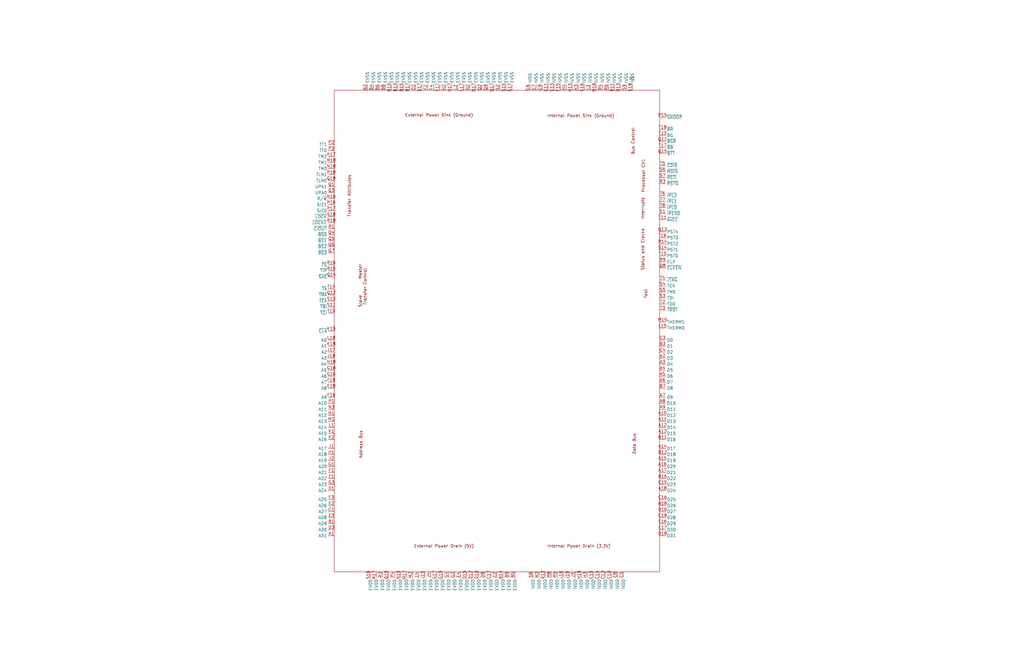
<source format=kicad_sch>
(kicad_sch
	(version 20231120)
	(generator "eeschema")
	(generator_version "8.0")
	(uuid "2cdc034f-ce3f-45e9-b081-bdd593582e0a")
	(paper "B")
	(lib_symbols
		(symbol "MC68060:MC68060RC50"
			(exclude_from_sim no)
			(in_bom yes)
			(on_board yes)
			(property "Reference" "U"
				(at 0 0 0)
				(effects
					(font
						(size 1.27 1.27)
					)
				)
			)
			(property "Value" ""
				(at -53.34 -13.97 0)
				(effects
					(font
						(size 1.27 1.27)
					)
				)
			)
			(property "Footprint" ""
				(at -53.34 -13.97 0)
				(effects
					(font
						(size 1.27 1.27)
					)
					(hide yes)
				)
			)
			(property "Datasheet" ""
				(at -53.34 -13.97 0)
				(effects
					(font
						(size 1.27 1.27)
					)
					(hide yes)
				)
			)
			(property "Description" ""
				(at -53.34 -13.97 0)
				(effects
					(font
						(size 1.27 1.27)
					)
					(hide yes)
				)
			)
			(symbol "MC68060RC50_0_1"
				(rectangle
					(start -68.58 101.6)
					(end 68.58 -101.6)
					(stroke
						(width 0)
						(type default)
					)
					(fill
						(type none)
					)
				)
			)
			(symbol "MC68060RC50_1_0"
				(pin power_in line
					(at 2.54 -101.6 270)
					(length 2.54)
					(name "EVDD"
						(effects
							(font
								(size 1.27 1.27)
							)
						)
					)
					(number "B14"
						(effects
							(font
								(size 1.27 1.27)
							)
						)
					)
				)
				(pin bidirectional line
					(at 68.58 -62.23 0)
					(length 2.54)
					(name "D22"
						(effects
							(font
								(size 1.27 1.27)
							)
						)
					)
					(number "B16"
						(effects
							(font
								(size 1.27 1.27)
							)
						)
					)
				)
				(pin bidirectional line
					(at 68.58 -73.66 0)
					(length 2.54)
					(name "D26"
						(effects
							(font
								(size 1.27 1.27)
							)
						)
					)
					(number "B18"
						(effects
							(font
								(size 1.27 1.27)
							)
						)
					)
				)
				(pin bidirectional line
					(at -68.58 -76.2 180)
					(length 2.54)
					(name "A27"
						(effects
							(font
								(size 1.27 1.27)
							)
						)
					)
					(number "C1"
						(effects
							(font
								(size 1.27 1.27)
							)
						)
					)
				)
				(pin bidirectional line
					(at 68.58 -64.77 0)
					(length 2.54)
					(name "D23"
						(effects
							(font
								(size 1.27 1.27)
							)
						)
					)
					(number "C15"
						(effects
							(font
								(size 1.27 1.27)
							)
						)
					)
				)
				(pin bidirectional line
					(at 68.58 -71.12 0)
					(length 2.54)
					(name "D25"
						(effects
							(font
								(size 1.27 1.27)
							)
						)
					)
					(number "C16"
						(effects
							(font
								(size 1.27 1.27)
							)
						)
					)
				)
				(pin power_in line
					(at -2.54 -101.6 270)
					(length 2.54)
					(name "EVDD"
						(effects
							(font
								(size 1.27 1.27)
							)
						)
					)
					(number "C17"
						(effects
							(font
								(size 1.27 1.27)
							)
						)
					)
				)
				(pin bidirectional line
					(at 68.58 -78.74 0)
					(length 2.54)
					(name "D28"
						(effects
							(font
								(size 1.27 1.27)
							)
						)
					)
					(number "C18"
						(effects
							(font
								(size 1.27 1.27)
							)
						)
					)
				)
				(pin power_in line
					(at 0 -101.6 270)
					(length 2.54)
					(name "EVDD"
						(effects
							(font
								(size 1.27 1.27)
							)
						)
					)
					(number "C2"
						(effects
							(font
								(size 1.27 1.27)
							)
						)
					)
				)
				(pin power_in line
					(at 53.34 -101.6 270)
					(length 2.54)
					(name "IVDD"
						(effects
							(font
								(size 1.27 1.27)
							)
						)
					)
					(number "C5"
						(effects
							(font
								(size 1.27 1.27)
							)
						)
					)
				)
				(pin power_in line
					(at 13.97 101.6 90)
					(length 2.54)
					(name "IVSS"
						(effects
							(font
								(size 1.27 1.27)
							)
						)
					)
					(number "C6"
						(effects
							(font
								(size 1.27 1.27)
							)
						)
					)
				)
				(pin bidirectional line
					(at -68.58 -67.31 180)
					(length 2.54)
					(name "A24"
						(effects
							(font
								(size 1.27 1.27)
							)
						)
					)
					(number "D1"
						(effects
							(font
								(size 1.27 1.27)
							)
						)
					)
				)
				(pin power_in line
					(at -7.62 -101.6 270)
					(length 2.54)
					(name "EVDD"
						(effects
							(font
								(size 1.27 1.27)
							)
						)
					)
					(number "D10"
						(effects
							(font
								(size 1.27 1.27)
							)
						)
					)
				)
				(pin power_in line
					(at -10.16 -101.6 270)
					(length 2.54)
					(name "EVDD"
						(effects
							(font
								(size 1.27 1.27)
							)
						)
					)
					(number "D12"
						(effects
							(font
								(size 1.27 1.27)
							)
						)
					)
				)
				(pin power_in line
					(at -12.7 -101.6 270)
					(length 2.54)
					(name "EVDD"
						(effects
							(font
								(size 1.27 1.27)
							)
						)
					)
					(number "D15"
						(effects
							(font
								(size 1.27 1.27)
							)
						)
					)
				)
				(pin bidirectional line
					(at 68.58 -76.2 0)
					(length 2.54)
					(name "D27"
						(effects
							(font
								(size 1.27 1.27)
							)
						)
					)
					(number "D16"
						(effects
							(font
								(size 1.27 1.27)
							)
						)
					)
				)
				(pin bidirectional line
					(at 68.58 -86.36 0)
					(length 2.54)
					(name "D31"
						(effects
							(font
								(size 1.27 1.27)
							)
						)
					)
					(number "D18"
						(effects
							(font
								(size 1.27 1.27)
							)
						)
					)
				)
				(pin bidirectional line
					(at -68.58 -83.82 180)
					(length 2.54)
					(name "A30"
						(effects
							(font
								(size 1.27 1.27)
							)
						)
					)
					(number "D3"
						(effects
							(font
								(size 1.27 1.27)
							)
						)
					)
				)
				(pin power_in line
					(at -5.08 -101.6 270)
					(length 2.54)
					(name "EVDD"
						(effects
							(font
								(size 1.27 1.27)
							)
						)
					)
					(number "D8"
						(effects
							(font
								(size 1.27 1.27)
							)
						)
					)
				)
				(pin bidirectional line
					(at -68.58 -62.23 180)
					(length 2.54)
					(name "A22"
						(effects
							(font
								(size 1.27 1.27)
							)
						)
					)
					(number "E1"
						(effects
							(font
								(size 1.27 1.27)
							)
						)
					)
				)
				(pin bidirectional line
					(at 68.58 -81.28 0)
					(length 2.54)
					(name "D29"
						(effects
							(font
								(size 1.27 1.27)
							)
						)
					)
					(number "E16"
						(effects
							(font
								(size 1.27 1.27)
							)
						)
					)
				)
				(pin bidirectional line
					(at 68.58 -83.82 0)
					(length 2.54)
					(name "D30"
						(effects
							(font
								(size 1.27 1.27)
							)
						)
					)
					(number "E17"
						(effects
							(font
								(size 1.27 1.27)
							)
						)
					)
				)
				(pin bidirectional line
					(at -68.58 -24.13 180)
					(length 2.54)
					(name "A8"
						(effects
							(font
								(size 1.27 1.27)
							)
						)
					)
					(number "E18"
						(effects
							(font
								(size 1.27 1.27)
							)
						)
					)
				)
				(pin bidirectional line
					(at -68.58 -73.66 180)
					(length 2.54)
					(name "A26"
						(effects
							(font
								(size 1.27 1.27)
							)
						)
					)
					(number "E2"
						(effects
							(font
								(size 1.27 1.27)
							)
						)
					)
				)
				(pin bidirectional line
					(at -68.58 -78.74 180)
					(length 2.54)
					(name "A28"
						(effects
							(font
								(size 1.27 1.27)
							)
						)
					)
					(number "E3"
						(effects
							(font
								(size 1.27 1.27)
							)
						)
					)
				)
				(pin power_in line
					(at -15.24 -101.6 270)
					(length 2.54)
					(name "EVDD"
						(effects
							(font
								(size 1.27 1.27)
							)
						)
					)
					(number "E4"
						(effects
							(font
								(size 1.27 1.27)
							)
						)
					)
				)
				(pin bidirectional line
					(at -68.58 -59.69 180)
					(length 2.54)
					(name "A21"
						(effects
							(font
								(size 1.27 1.27)
							)
						)
					)
					(number "F1"
						(effects
							(font
								(size 1.27 1.27)
							)
						)
					)
				)
				(pin bidirectional line
					(at -68.58 -27.94 180)
					(length 2.54)
					(name "A9"
						(effects
							(font
								(size 1.27 1.27)
							)
						)
					)
					(number "F16"
						(effects
							(font
								(size 1.27 1.27)
							)
						)
					)
				)
				(pin bidirectional line
					(at -68.58 -21.59 180)
					(length 2.54)
					(name "A7"
						(effects
							(font
								(size 1.27 1.27)
							)
						)
					)
					(number "F18"
						(effects
							(font
								(size 1.27 1.27)
							)
						)
					)
				)
				(pin bidirectional line
					(at -68.58 -71.12 180)
					(length 2.54)
					(name "A25"
						(effects
							(font
								(size 1.27 1.27)
							)
						)
					)
					(number "F3"
						(effects
							(font
								(size 1.27 1.27)
							)
						)
					)
				)
				(pin bidirectional line
					(at -68.58 -57.15 180)
					(length 2.54)
					(name "A20"
						(effects
							(font
								(size 1.27 1.27)
							)
						)
					)
					(number "G1"
						(effects
							(font
								(size 1.27 1.27)
							)
						)
					)
				)
				(pin bidirectional line
					(at -68.58 -19.05 180)
					(length 2.54)
					(name "A6"
						(effects
							(font
								(size 1.27 1.27)
							)
						)
					)
					(number "G16"
						(effects
							(font
								(size 1.27 1.27)
							)
						)
					)
				)
				(pin bidirectional line
					(at -68.58 -16.51 180)
					(length 2.54)
					(name "A5"
						(effects
							(font
								(size 1.27 1.27)
							)
						)
					)
					(number "G18"
						(effects
							(font
								(size 1.27 1.27)
							)
						)
					)
				)
				(pin bidirectional line
					(at -68.58 -64.77 180)
					(length 2.54)
					(name "A23"
						(effects
							(font
								(size 1.27 1.27)
							)
						)
					)
					(number "G3"
						(effects
							(font
								(size 1.27 1.27)
							)
						)
					)
				)
				(pin bidirectional line
					(at -68.58 -52.07 180)
					(length 2.54)
					(name "A18"
						(effects
							(font
								(size 1.27 1.27)
							)
						)
					)
					(number "H1"
						(effects
							(font
								(size 1.27 1.27)
							)
						)
					)
				)
				(pin bidirectional line
					(at -68.58 -13.97 180)
					(length 2.54)
					(name "A4"
						(effects
							(font
								(size 1.27 1.27)
							)
						)
					)
					(number "H18"
						(effects
							(font
								(size 1.27 1.27)
							)
						)
					)
				)
				(pin bidirectional line
					(at -68.58 -49.53 180)
					(length 2.54)
					(name "A17"
						(effects
							(font
								(size 1.27 1.27)
							)
						)
					)
					(number "J1"
						(effects
							(font
								(size 1.27 1.27)
							)
						)
					)
				)
				(pin bidirectional line
					(at -68.58 -8.89 180)
					(length 2.54)
					(name "A2"
						(effects
							(font
								(size 1.27 1.27)
							)
						)
					)
					(number "J17"
						(effects
							(font
								(size 1.27 1.27)
							)
						)
					)
				)
				(pin bidirectional line
					(at -68.58 -11.43 180)
					(length 2.54)
					(name "A3"
						(effects
							(font
								(size 1.27 1.27)
							)
						)
					)
					(number "J18"
						(effects
							(font
								(size 1.27 1.27)
							)
						)
					)
				)
				(pin bidirectional line
					(at -68.58 -54.61 180)
					(length 2.54)
					(name "A19"
						(effects
							(font
								(size 1.27 1.27)
							)
						)
					)
					(number "J2"
						(effects
							(font
								(size 1.27 1.27)
							)
						)
					)
				)
				(pin bidirectional line
					(at -68.58 -43.18 180)
					(length 2.54)
					(name "A15"
						(effects
							(font
								(size 1.27 1.27)
							)
						)
					)
					(number "K1"
						(effects
							(font
								(size 1.27 1.27)
							)
						)
					)
				)
				(pin bidirectional line
					(at -68.58 -45.72 180)
					(length 2.54)
					(name "A16"
						(effects
							(font
								(size 1.27 1.27)
							)
						)
					)
					(number "K2"
						(effects
							(font
								(size 1.27 1.27)
							)
						)
					)
				)
				(pin bidirectional line
					(at -68.58 -40.64 180)
					(length 2.54)
					(name "A14"
						(effects
							(font
								(size 1.27 1.27)
							)
						)
					)
					(number "L1"
						(effects
							(font
								(size 1.27 1.27)
							)
						)
					)
				)
				(pin bidirectional line
					(at -68.58 -38.1 180)
					(length 2.54)
					(name "A13"
						(effects
							(font
								(size 1.27 1.27)
							)
						)
					)
					(number "M1"
						(effects
							(font
								(size 1.27 1.27)
							)
						)
					)
				)
				(pin bidirectional line
					(at -68.58 -35.56 180)
					(length 2.54)
					(name "A12"
						(effects
							(font
								(size 1.27 1.27)
							)
						)
					)
					(number "N1"
						(effects
							(font
								(size 1.27 1.27)
							)
						)
					)
				)
				(pin input line
					(at -68.58 55.88 180)
					(length 2.54)
					(name "R/~{W}"
						(effects
							(font
								(size 1.27 1.27)
							)
						)
					)
					(number "N16"
						(effects
							(font
								(size 1.27 1.27)
							)
						)
					)
				)
				(pin bidirectional line
					(at -68.58 -33.02 180)
					(length 2.54)
					(name "A11"
						(effects
							(font
								(size 1.27 1.27)
							)
						)
					)
					(number "N3"
						(effects
							(font
								(size 1.27 1.27)
							)
						)
					)
				)
				(pin bidirectional line
					(at -68.58 -30.48 180)
					(length 2.54)
					(name "A10"
						(effects
							(font
								(size 1.27 1.27)
							)
						)
					)
					(number "P1"
						(effects
							(font
								(size 1.27 1.27)
							)
						)
					)
				)
				(pin input line
					(at 68.58 90.17 0)
					(length 2.54)
					(name "~{SNOOP}"
						(effects
							(font
								(size 1.27 1.27)
							)
						)
					)
					(number "P15"
						(effects
							(font
								(size 1.27 1.27)
							)
						)
					)
				)
				(pin input line
					(at -68.58 53.34 180)
					(length 2.54)
					(name "SIZ1"
						(effects
							(font
								(size 1.27 1.27)
							)
						)
					)
					(number "P16"
						(effects
							(font
								(size 1.27 1.27)
							)
						)
					)
				)
				(pin input line
					(at -68.58 50.8 180)
					(length 2.54)
					(name "SIZ0"
						(effects
							(font
								(size 1.27 1.27)
							)
						)
					)
					(number "P17"
						(effects
							(font
								(size 1.27 1.27)
							)
						)
					)
				)
				(pin power_in line
					(at 6.35 101.6 90)
					(length 2.54)
					(name "EVSS"
						(effects
							(font
								(size 1.27 1.27)
							)
						)
					)
					(number "S17"
						(effects
							(font
								(size 1.27 1.27)
							)
						)
					)
				)
				(pin power_in line
					(at 1.27 101.6 90)
					(length 2.54)
					(name "EVSS"
						(effects
							(font
								(size 1.27 1.27)
							)
						)
					)
					(number "S2"
						(effects
							(font
								(size 1.27 1.27)
							)
						)
					)
				)
				(pin input line
					(at 68.58 13.97 0)
					(length 2.54)
					(name "TDI"
						(effects
							(font
								(size 1.27 1.27)
							)
						)
					)
					(number "S3"
						(effects
							(font
								(size 1.27 1.27)
							)
						)
					)
				)
				(pin input line
					(at 68.58 19.05 0)
					(length 2.54)
					(name "TCK"
						(effects
							(font
								(size 1.27 1.27)
							)
						)
					)
					(number "S4"
						(effects
							(font
								(size 1.27 1.27)
							)
						)
					)
				)
				(pin input line
					(at 68.58 16.51 0)
					(length 2.54)
					(name "TMS"
						(effects
							(font
								(size 1.27 1.27)
							)
						)
					)
					(number "S5"
						(effects
							(font
								(size 1.27 1.27)
							)
						)
					)
				)
				(pin input line
					(at 68.58 67.31 0)
					(length 2.54)
					(name "~{MDIS}"
						(effects
							(font
								(size 1.27 1.27)
							)
						)
					)
					(number "S6"
						(effects
							(font
								(size 1.27 1.27)
							)
						)
					)
				)
				(pin input line
					(at 68.58 64.77 0)
					(length 2.54)
					(name "~{RSTI}"
						(effects
							(font
								(size 1.27 1.27)
							)
						)
					)
					(number "S7"
						(effects
							(font
								(size 1.27 1.27)
							)
						)
					)
				)
				(pin output line
					(at 68.58 85.09 0)
					(length 2.54)
					(name "~{BR}"
						(effects
							(font
								(size 1.27 1.27)
							)
						)
					)
					(number "T18"
						(effects
							(font
								(size 1.27 1.27)
							)
						)
					)
				)
				(pin output line
					(at 68.58 11.43 0)
					(length 2.54)
					(name "TDO"
						(effects
							(font
								(size 1.27 1.27)
							)
						)
					)
					(number "T2"
						(effects
							(font
								(size 1.27 1.27)
							)
						)
					)
				)
				(pin input line
					(at 68.58 8.89 0)
					(length 2.54)
					(name "~{TRST}"
						(effects
							(font
								(size 1.27 1.27)
							)
						)
					)
					(number "T3"
						(effects
							(font
								(size 1.27 1.27)
							)
						)
					)
				)
				(pin input line
					(at 68.58 21.59 0)
					(length 2.54)
					(name "~{JTAG}"
						(effects
							(font
								(size 1.27 1.27)
							)
						)
					)
					(number "T4"
						(effects
							(font
								(size 1.27 1.27)
							)
						)
					)
				)
				(pin input line
					(at 68.58 69.85 0)
					(length 2.54)
					(name "~{CDIS}"
						(effects
							(font
								(size 1.27 1.27)
							)
						)
					)
					(number "T5"
						(effects
							(font
								(size 1.27 1.27)
							)
						)
					)
				)
				(pin input line
					(at 68.58 57.15 0)
					(length 2.54)
					(name "~{IPL2}"
						(effects
							(font
								(size 1.27 1.27)
							)
						)
					)
					(number "T6"
						(effects
							(font
								(size 1.27 1.27)
							)
						)
					)
				)
				(pin input line
					(at 68.58 54.61 0)
					(length 2.54)
					(name "~{IPL1}"
						(effects
							(font
								(size 1.27 1.27)
							)
						)
					)
					(number "T7"
						(effects
							(font
								(size 1.27 1.27)
							)
						)
					)
				)
				(pin input line
					(at 68.58 52.07 0)
					(length 2.54)
					(name "~{IPL0}"
						(effects
							(font
								(size 1.27 1.27)
							)
						)
					)
					(number "T8"
						(effects
							(font
								(size 1.27 1.27)
							)
						)
					)
				)
			)
			(symbol "MC68060RC50_1_1"
				(text "Address Bus"
					(at -57.404 -47.752 900)
					(effects
						(font
							(size 1.27 1.27)
						)
					)
				)
				(text "Bus Control\n"
					(at 57.404 80.264 900)
					(effects
						(font
							(size 1.27 1.27)
						)
					)
				)
				(text "Data Bus"
					(at 57.912 -47.498 900)
					(effects
						(font
							(size 1.27 1.27)
						)
					)
				)
				(text "External Power Drain (5V)\n"
					(at -22.352 -90.678 0)
					(effects
						(font
							(size 1.27 1.27)
						)
					)
				)
				(text "External Power Sink (Ground)\n"
					(at -24.384 91.186 0)
					(effects
						(font
							(size 1.27 1.27)
						)
					)
				)
				(text "Internal Power Drain (3.3V)"
					(at 34.544 -90.678 0)
					(effects
						(font
							(size 1.27 1.27)
						)
					)
				)
				(text "Internal Power Sink (Ground)\n"
					(at 35.306 90.932 0)
					(effects
						(font
							(size 1.27 1.27)
						)
					)
				)
				(text "Interrupts\n"
					(at 61.468 51.816 900)
					(effects
						(font
							(size 1.27 1.27)
						)
					)
				)
				(text "Master\n"
					(at -57.658 25.146 900)
					(effects
						(font
							(size 1.27 1.27)
						)
					)
				)
				(text "Processor Ctrl\n"
					(at 61.722 65.532 900)
					(effects
						(font
							(size 1.27 1.27)
						)
					)
				)
				(text "Slave"
					(at -57.658 12.7 900)
					(effects
						(font
							(size 1.27 1.27)
						)
					)
				)
				(text "Status and Clocks"
					(at 61.468 34.544 900)
					(effects
						(font
							(size 1.27 1.27)
						)
					)
				)
				(text "Test"
					(at 62.738 15.748 900)
					(effects
						(font
							(size 1.27 1.27)
						)
					)
				)
				(text "Transfer Attributes"
					(at -62.23 57.15 900)
					(effects
						(font
							(size 1.27 1.27)
						)
					)
				)
				(text "Transfer Control"
					(at -55.626 18.796 900)
					(effects
						(font
							(size 1.27 1.27)
						)
					)
				)
				(pin bidirectional line
					(at -68.58 -86.36 180)
					(length 2.54)
					(name "A31"
						(effects
							(font
								(size 1.27 1.27)
							)
						)
					)
					(number "A1"
						(effects
							(font
								(size 1.27 1.27)
							)
						)
					)
				)
				(pin bidirectional line
					(at 68.58 -35.56 0)
					(length 2.54)
					(name "D12"
						(effects
							(font
								(size 1.27 1.27)
							)
						)
					)
					(number "A10"
						(effects
							(font
								(size 1.27 1.27)
							)
						)
					)
				)
				(pin bidirectional line
					(at 68.58 -38.1 0)
					(length 2.54)
					(name "D13"
						(effects
							(font
								(size 1.27 1.27)
							)
						)
					)
					(number "A11"
						(effects
							(font
								(size 1.27 1.27)
							)
						)
					)
				)
				(pin bidirectional line
					(at 68.58 -40.64 0)
					(length 2.54)
					(name "D14"
						(effects
							(font
								(size 1.27 1.27)
							)
						)
					)
					(number "A12"
						(effects
							(font
								(size 1.27 1.27)
							)
						)
					)
				)
				(pin bidirectional line
					(at 68.58 -43.18 0)
					(length 2.54)
					(name "D15"
						(effects
							(font
								(size 1.27 1.27)
							)
						)
					)
					(number "A13"
						(effects
							(font
								(size 1.27 1.27)
							)
						)
					)
				)
				(pin bidirectional line
					(at 68.58 -49.53 0)
					(length 2.54)
					(name "D17"
						(effects
							(font
								(size 1.27 1.27)
							)
						)
					)
					(number "A14"
						(effects
							(font
								(size 1.27 1.27)
							)
						)
					)
				)
				(pin bidirectional line
					(at 68.58 -54.61 0)
					(length 2.54)
					(name "D19"
						(effects
							(font
								(size 1.27 1.27)
							)
						)
					)
					(number "A15"
						(effects
							(font
								(size 1.27 1.27)
							)
						)
					)
				)
				(pin bidirectional line
					(at 68.58 -57.15 0)
					(length 2.54)
					(name "D20"
						(effects
							(font
								(size 1.27 1.27)
							)
						)
					)
					(number "A16"
						(effects
							(font
								(size 1.27 1.27)
							)
						)
					)
				)
				(pin bidirectional line
					(at 68.58 -59.69 0)
					(length 2.54)
					(name "D21"
						(effects
							(font
								(size 1.27 1.27)
							)
						)
					)
					(number "A17"
						(effects
							(font
								(size 1.27 1.27)
							)
						)
					)
				)
				(pin bidirectional line
					(at 68.58 -67.31 0)
					(length 2.54)
					(name "D24"
						(effects
							(font
								(size 1.27 1.27)
							)
						)
					)
					(number "A18"
						(effects
							(font
								(size 1.27 1.27)
							)
						)
					)
				)
				(pin bidirectional line
					(at 68.58 -11.43 0)
					(length 2.54)
					(name "D3"
						(effects
							(font
								(size 1.27 1.27)
							)
						)
					)
					(number "A2"
						(effects
							(font
								(size 1.27 1.27)
							)
						)
					)
				)
				(pin bidirectional line
					(at 68.58 -13.97 0)
					(length 2.54)
					(name "D4"
						(effects
							(font
								(size 1.27 1.27)
							)
						)
					)
					(number "A3"
						(effects
							(font
								(size 1.27 1.27)
							)
						)
					)
				)
				(pin bidirectional line
					(at 68.58 -16.51 0)
					(length 2.54)
					(name "D5"
						(effects
							(font
								(size 1.27 1.27)
							)
						)
					)
					(number "A4"
						(effects
							(font
								(size 1.27 1.27)
							)
						)
					)
				)
				(pin bidirectional line
					(at 68.58 -19.05 0)
					(length 2.54)
					(name "D6"
						(effects
							(font
								(size 1.27 1.27)
							)
						)
					)
					(number "A5"
						(effects
							(font
								(size 1.27 1.27)
							)
						)
					)
				)
				(pin bidirectional line
					(at 68.58 -21.59 0)
					(length 2.54)
					(name "D7"
						(effects
							(font
								(size 1.27 1.27)
							)
						)
					)
					(number "A6"
						(effects
							(font
								(size 1.27 1.27)
							)
						)
					)
				)
				(pin bidirectional line
					(at 68.58 -27.94 0)
					(length 2.54)
					(name "D9"
						(effects
							(font
								(size 1.27 1.27)
							)
						)
					)
					(number "A7"
						(effects
							(font
								(size 1.27 1.27)
							)
						)
					)
				)
				(pin bidirectional line
					(at 68.58 -30.48 0)
					(length 2.54)
					(name "D10"
						(effects
							(font
								(size 1.27 1.27)
							)
						)
					)
					(number "A8"
						(effects
							(font
								(size 1.27 1.27)
							)
						)
					)
				)
				(pin bidirectional line
					(at 68.58 -33.02 0)
					(length 2.54)
					(name "D11"
						(effects
							(font
								(size 1.27 1.27)
							)
						)
					)
					(number "A9"
						(effects
							(font
								(size 1.27 1.27)
							)
						)
					)
				)
				(pin bidirectional line
					(at -68.58 -81.28 180)
					(length 2.54)
					(name "A29"
						(effects
							(font
								(size 1.27 1.27)
							)
						)
					)
					(number "B1"
						(effects
							(font
								(size 1.27 1.27)
							)
						)
					)
				)
				(pin power_in line
					(at -44.45 101.6 90)
					(length 2.54)
					(name "EVSS"
						(effects
							(font
								(size 1.27 1.27)
							)
						)
					)
					(number "B10"
						(effects
							(font
								(size 1.27 1.27)
							)
						)
					)
				)
				(pin bidirectional line
					(at 68.58 -45.72 0)
					(length 2.54)
					(name "D16"
						(effects
							(font
								(size 1.27 1.27)
							)
						)
					)
					(number "B11"
						(effects
							(font
								(size 1.27 1.27)
							)
						)
					)
				)
				(pin bidirectional line
					(at 68.58 -52.07 0)
					(length 2.54)
					(name "D18"
						(effects
							(font
								(size 1.27 1.27)
							)
						)
					)
					(number "B12"
						(effects
							(font
								(size 1.27 1.27)
							)
						)
					)
				)
				(pin power_in line
					(at -41.91 101.6 90)
					(length 2.54)
					(name "EVSS"
						(effects
							(font
								(size 1.27 1.27)
							)
						)
					)
					(number "B13"
						(effects
							(font
								(size 1.27 1.27)
							)
						)
					)
				)
				(pin power_in line
					(at -39.37 101.6 90)
					(length 2.54)
					(name "EVSS"
						(effects
							(font
								(size 1.27 1.27)
							)
						)
					)
					(number "B15"
						(effects
							(font
								(size 1.27 1.27)
							)
						)
					)
				)
				(pin power_in line
					(at -36.83 101.6 90)
					(length 2.54)
					(name "EVSS"
						(effects
							(font
								(size 1.27 1.27)
							)
						)
					)
					(number "B17"
						(effects
							(font
								(size 1.27 1.27)
							)
						)
					)
				)
				(pin power_in line
					(at -54.61 101.6 90)
					(length 2.54)
					(name "EVSS"
						(effects
							(font
								(size 1.27 1.27)
							)
						)
					)
					(number "B2"
						(effects
							(font
								(size 1.27 1.27)
							)
						)
					)
				)
				(pin bidirectional line
					(at 68.58 -6.35 0)
					(length 2.54)
					(name "D1"
						(effects
							(font
								(size 1.27 1.27)
							)
						)
					)
					(number "B3"
						(effects
							(font
								(size 1.27 1.27)
							)
						)
					)
				)
				(pin power_in line
					(at -52.07 101.6 90)
					(length 2.54)
					(name "EVSS"
						(effects
							(font
								(size 1.27 1.27)
							)
						)
					)
					(number "B4"
						(effects
							(font
								(size 1.27 1.27)
							)
						)
					)
				)
				(pin power_in line
					(at 7.62 -101.6 270)
					(length 2.54)
					(name "EVDD"
						(effects
							(font
								(size 1.27 1.27)
							)
						)
					)
					(number "B5"
						(effects
							(font
								(size 1.27 1.27)
							)
						)
					)
				)
				(pin power_in line
					(at -49.53 101.6 90)
					(length 2.54)
					(name "EVSS"
						(effects
							(font
								(size 1.27 1.27)
							)
						)
					)
					(number "B6"
						(effects
							(font
								(size 1.27 1.27)
							)
						)
					)
				)
				(pin bidirectional line
					(at 68.58 -24.13 0)
					(length 2.54)
					(name "D8"
						(effects
							(font
								(size 1.27 1.27)
							)
						)
					)
					(number "B7"
						(effects
							(font
								(size 1.27 1.27)
							)
						)
					)
				)
				(pin power_in line
					(at -46.99 101.6 90)
					(length 2.54)
					(name "EVSS"
						(effects
							(font
								(size 1.27 1.27)
							)
						)
					)
					(number "B8"
						(effects
							(font
								(size 1.27 1.27)
							)
						)
					)
				)
				(pin power_in line
					(at 5.08 -101.6 270)
					(length 2.54)
					(name "EVDD"
						(effects
							(font
								(size 1.27 1.27)
							)
						)
					)
					(number "B9"
						(effects
							(font
								(size 1.27 1.27)
							)
						)
					)
				)
				(pin power_in line
					(at 48.26 -101.6 270)
					(length 2.54)
					(name "IVDD"
						(effects
							(font
								(size 1.27 1.27)
							)
						)
					)
					(number "C10"
						(effects
							(font
								(size 1.27 1.27)
							)
						)
					)
				)
				(pin power_in line
					(at 21.59 101.6 90)
					(length 2.54)
					(name "IVSS"
						(effects
							(font
								(size 1.27 1.27)
							)
						)
					)
					(number "C11"
						(effects
							(font
								(size 1.27 1.27)
							)
						)
					)
				)
				(pin power_in line
					(at 45.72 -101.6 270)
					(length 2.54)
					(name "IVDD"
						(effects
							(font
								(size 1.27 1.27)
							)
						)
					)
					(number "C12"
						(effects
							(font
								(size 1.27 1.27)
							)
						)
					)
				)
				(pin power_in line
					(at 24.13 101.6 90)
					(length 2.54)
					(name "IVSS"
						(effects
							(font
								(size 1.27 1.27)
							)
						)
					)
					(number "C13"
						(effects
							(font
								(size 1.27 1.27)
							)
						)
					)
				)
				(pin power_in line
					(at 43.18 -101.6 270)
					(length 2.54)
					(name "IVDD"
						(effects
							(font
								(size 1.27 1.27)
							)
						)
					)
					(number "C14"
						(effects
							(font
								(size 1.27 1.27)
							)
						)
					)
				)
				(pin bidirectional line
					(at 68.58 -3.81 0)
					(length 2.54)
					(name "D0"
						(effects
							(font
								(size 1.27 1.27)
							)
						)
					)
					(number "C3"
						(effects
							(font
								(size 1.27 1.27)
							)
						)
					)
				)
				(pin bidirectional line
					(at 68.58 -8.89 0)
					(length 2.54)
					(name "D2"
						(effects
							(font
								(size 1.27 1.27)
							)
						)
					)
					(number "C4"
						(effects
							(font
								(size 1.27 1.27)
							)
						)
					)
				)
				(pin power_in line
					(at 16.51 101.6 90)
					(length 2.54)
					(name "IVSS"
						(effects
							(font
								(size 1.27 1.27)
							)
						)
					)
					(number "C7"
						(effects
							(font
								(size 1.27 1.27)
							)
						)
					)
				)
				(pin power_in line
					(at 50.8 -101.6 270)
					(length 2.54)
					(name "IVDD"
						(effects
							(font
								(size 1.27 1.27)
							)
						)
					)
					(number "C8"
						(effects
							(font
								(size 1.27 1.27)
							)
						)
					)
				)
				(pin power_in line
					(at 19.05 101.6 90)
					(length 2.54)
					(name "IVSS"
						(effects
							(font
								(size 1.27 1.27)
							)
						)
					)
					(number "C9"
						(effects
							(font
								(size 1.27 1.27)
							)
						)
					)
				)
				(pin power_in line
					(at -31.75 101.6 90)
					(length 2.54)
					(name "EVSS"
						(effects
							(font
								(size 1.27 1.27)
							)
						)
					)
					(number "D17"
						(effects
							(font
								(size 1.27 1.27)
							)
						)
					)
				)
				(pin power_in line
					(at -34.29 101.6 90)
					(length 2.54)
					(name "EVSS"
						(effects
							(font
								(size 1.27 1.27)
							)
						)
					)
					(number "D2"
						(effects
							(font
								(size 1.27 1.27)
							)
						)
					)
				)
				(pin power_in line
					(at 40.64 -101.6 270)
					(length 2.54)
					(name "IVDD"
						(effects
							(font
								(size 1.27 1.27)
							)
						)
					)
					(number "E15"
						(effects
							(font
								(size 1.27 1.27)
							)
						)
					)
				)
				(pin power_in line
					(at 26.67 101.6 90)
					(length 2.54)
					(name "IVSS"
						(effects
							(font
								(size 1.27 1.27)
							)
						)
					)
					(number "F15"
						(effects
							(font
								(size 1.27 1.27)
							)
						)
					)
				)
				(pin power_in line
					(at -24.13 101.6 90)
					(length 2.54)
					(name "EVSS"
						(effects
							(font
								(size 1.27 1.27)
							)
						)
					)
					(number "F17"
						(effects
							(font
								(size 1.27 1.27)
							)
						)
					)
				)
				(pin power_in line
					(at -29.21 101.6 90)
					(length 2.54)
					(name "EVSS"
						(effects
							(font
								(size 1.27 1.27)
							)
						)
					)
					(number "F2"
						(effects
							(font
								(size 1.27 1.27)
							)
						)
					)
				)
				(pin power_in line
					(at -26.67 101.6 90)
					(length 2.54)
					(name "EVSS"
						(effects
							(font
								(size 1.27 1.27)
							)
						)
					)
					(number "F4"
						(effects
							(font
								(size 1.27 1.27)
							)
						)
					)
				)
				(pin power_in line
					(at -22.86 -101.6 270)
					(length 2.54)
					(name "EVDD"
						(effects
							(font
								(size 1.27 1.27)
							)
						)
					)
					(number "G15"
						(effects
							(font
								(size 1.27 1.27)
							)
						)
					)
				)
				(pin power_in line
					(at -25.4 -101.6 270)
					(length 2.54)
					(name "EVDD"
						(effects
							(font
								(size 1.27 1.27)
							)
						)
					)
					(number "G17"
						(effects
							(font
								(size 1.27 1.27)
							)
						)
					)
				)
				(pin power_in line
					(at -17.78 -101.6 270)
					(length 2.54)
					(name "EVDD"
						(effects
							(font
								(size 1.27 1.27)
							)
						)
					)
					(number "G2"
						(effects
							(font
								(size 1.27 1.27)
							)
						)
					)
				)
				(pin power_in line
					(at -20.32 -101.6 270)
					(length 2.54)
					(name "EVDD"
						(effects
							(font
								(size 1.27 1.27)
							)
						)
					)
					(number "G4"
						(effects
							(font
								(size 1.27 1.27)
							)
						)
					)
				)
				(pin power_in line
					(at 31.75 101.6 90)
					(length 2.54)
					(name "IVSS"
						(effects
							(font
								(size 1.27 1.27)
							)
						)
					)
					(number "H15"
						(effects
							(font
								(size 1.27 1.27)
							)
						)
					)
				)
				(pin power_in line
					(at 35.56 -101.6 270)
					(length 2.54)
					(name "IVDD"
						(effects
							(font
								(size 1.27 1.27)
							)
						)
					)
					(number "H16"
						(effects
							(font
								(size 1.27 1.27)
							)
						)
					)
				)
				(pin power_in line
					(at -19.05 101.6 90)
					(length 2.54)
					(name "EVSS"
						(effects
							(font
								(size 1.27 1.27)
							)
						)
					)
					(number "H17"
						(effects
							(font
								(size 1.27 1.27)
							)
						)
					)
				)
				(pin power_in line
					(at -21.59 101.6 90)
					(length 2.54)
					(name "EVSS"
						(effects
							(font
								(size 1.27 1.27)
							)
						)
					)
					(number "H2"
						(effects
							(font
								(size 1.27 1.27)
							)
						)
					)
				)
				(pin power_in line
					(at 38.1 -101.6 270)
					(length 2.54)
					(name "IVDD"
						(effects
							(font
								(size 1.27 1.27)
							)
						)
					)
					(number "H3"
						(effects
							(font
								(size 1.27 1.27)
							)
						)
					)
				)
				(pin power_in line
					(at 29.21 101.6 90)
					(length 2.54)
					(name "IVSS"
						(effects
							(font
								(size 1.27 1.27)
							)
						)
					)
					(number "H4"
						(effects
							(font
								(size 1.27 1.27)
							)
						)
					)
				)
				(pin power_in line
					(at -30.48 -101.6 270)
					(length 2.54)
					(name "EVDD"
						(effects
							(font
								(size 1.27 1.27)
							)
						)
					)
					(number "J15"
						(effects
							(font
								(size 1.27 1.27)
							)
						)
					)
				)
				(pin power_in line
					(at 30.48 -101.6 270)
					(length 2.54)
					(name "IVDD"
						(effects
							(font
								(size 1.27 1.27)
							)
						)
					)
					(number "J16"
						(effects
							(font
								(size 1.27 1.27)
							)
						)
					)
				)
				(pin power_in line
					(at 33.02 -101.6 270)
					(length 2.54)
					(name "IVDD"
						(effects
							(font
								(size 1.27 1.27)
							)
						)
					)
					(number "J3"
						(effects
							(font
								(size 1.27 1.27)
							)
						)
					)
				)
				(pin power_in line
					(at -27.94 -101.6 270)
					(length 2.54)
					(name "EVDD"
						(effects
							(font
								(size 1.27 1.27)
							)
						)
					)
					(number "J4"
						(effects
							(font
								(size 1.27 1.27)
							)
						)
					)
				)
				(pin input line
					(at -68.58 0 180)
					(length 2.54)
					(name "~{CLA}"
						(effects
							(font
								(size 1.27 1.27)
							)
						)
					)
					(number "K15"
						(effects
							(font
								(size 1.27 1.27)
							)
						)
					)
				)
				(pin power_in line
					(at 36.83 101.6 90)
					(length 2.54)
					(name "IVSS"
						(effects
							(font
								(size 1.27 1.27)
							)
						)
					)
					(number "K16"
						(effects
							(font
								(size 1.27 1.27)
							)
						)
					)
				)
				(pin input line
					(at -68.58 73.66 180)
					(length 2.54)
					(name "TM2"
						(effects
							(font
								(size 1.27 1.27)
							)
						)
					)
					(number "K17"
						(effects
							(font
								(size 1.27 1.27)
							)
						)
					)
				)
				(pin bidirectional line
					(at -68.58 -6.35 180)
					(length 2.54)
					(name "A1"
						(effects
							(font
								(size 1.27 1.27)
							)
						)
					)
					(number "K18"
						(effects
							(font
								(size 1.27 1.27)
							)
						)
					)
				)
				(pin power_in line
					(at 34.29 101.6 90)
					(length 2.54)
					(name "IVSS"
						(effects
							(font
								(size 1.27 1.27)
							)
						)
					)
					(number "K3"
						(effects
							(font
								(size 1.27 1.27)
							)
						)
					)
				)
				(pin unspecified line
					(at 68.58 1.27 0)
					(length 2.54)
					(name "THERM0"
						(effects
							(font
								(size 1.27 1.27)
							)
						)
					)
					(number "L15"
						(effects
							(font
								(size 1.27 1.27)
							)
						)
					)
				)
				(pin power_in line
					(at 27.94 -101.6 270)
					(length 2.54)
					(name "IVDD"
						(effects
							(font
								(size 1.27 1.27)
							)
						)
					)
					(number "L16"
						(effects
							(font
								(size 1.27 1.27)
							)
						)
					)
				)
				(pin power_in line
					(at -13.97 101.6 90)
					(length 2.54)
					(name "EVSS"
						(effects
							(font
								(size 1.27 1.27)
							)
						)
					)
					(number "L17"
						(effects
							(font
								(size 1.27 1.27)
							)
						)
					)
				)
				(pin bidirectional line
					(at -68.58 -3.81 180)
					(length 2.54)
					(name "A0"
						(effects
							(font
								(size 1.27 1.27)
							)
						)
					)
					(number "L18"
						(effects
							(font
								(size 1.27 1.27)
							)
						)
					)
				)
				(pin power_in line
					(at -16.51 101.6 90)
					(length 2.54)
					(name "EVSS"
						(effects
							(font
								(size 1.27 1.27)
							)
						)
					)
					(number "L2"
						(effects
							(font
								(size 1.27 1.27)
							)
						)
					)
				)
				(pin power_in line
					(at 39.37 101.6 90)
					(length 2.54)
					(name "IVSS"
						(effects
							(font
								(size 1.27 1.27)
							)
						)
					)
					(number "L3"
						(effects
							(font
								(size 1.27 1.27)
							)
						)
					)
				)
				(pin power_in line
					(at -33.02 -101.6 270)
					(length 2.54)
					(name "EVDD"
						(effects
							(font
								(size 1.27 1.27)
							)
						)
					)
					(number "L4"
						(effects
							(font
								(size 1.27 1.27)
							)
						)
					)
				)
				(pin unspecified line
					(at 68.58 3.81 0)
					(length 2.54)
					(name "THERM1"
						(effects
							(font
								(size 1.27 1.27)
							)
						)
					)
					(number "M15"
						(effects
							(font
								(size 1.27 1.27)
							)
						)
					)
				)
				(pin power_in line
					(at 41.91 101.6 90)
					(length 2.54)
					(name "IVSS"
						(effects
							(font
								(size 1.27 1.27)
							)
						)
					)
					(number "M16"
						(effects
							(font
								(size 1.27 1.27)
							)
						)
					)
				)
				(pin power_in line
					(at -38.1 -101.6 270)
					(length 2.54)
					(name "EVDD"
						(effects
							(font
								(size 1.27 1.27)
							)
						)
					)
					(number "M17"
						(effects
							(font
								(size 1.27 1.27)
							)
						)
					)
				)
				(pin input line
					(at -68.58 71.12 180)
					(length 2.54)
					(name "TM1"
						(effects
							(font
								(size 1.27 1.27)
							)
						)
					)
					(number "M18"
						(effects
							(font
								(size 1.27 1.27)
							)
						)
					)
				)
				(pin power_in line
					(at -35.56 -101.6 270)
					(length 2.54)
					(name "EVDD"
						(effects
							(font
								(size 1.27 1.27)
							)
						)
					)
					(number "M2"
						(effects
							(font
								(size 1.27 1.27)
							)
						)
					)
				)
				(pin power_in line
					(at 17.78 -101.6 270)
					(length 2.54)
					(name "IVDD"
						(effects
							(font
								(size 1.27 1.27)
							)
						)
					)
					(number "M3"
						(effects
							(font
								(size 1.27 1.27)
							)
						)
					)
				)
				(pin power_in line
					(at -40.64 -101.6 270)
					(length 2.54)
					(name "EVDD"
						(effects
							(font
								(size 1.27 1.27)
							)
						)
					)
					(number "N15"
						(effects
							(font
								(size 1.27 1.27)
							)
						)
					)
				)
				(pin power_in line
					(at -8.89 101.6 90)
					(length 2.54)
					(name "EVSS"
						(effects
							(font
								(size 1.27 1.27)
							)
						)
					)
					(number "N17"
						(effects
							(font
								(size 1.27 1.27)
							)
						)
					)
				)
				(pin input line
					(at -68.58 68.58 180)
					(length 2.54)
					(name "TM0"
						(effects
							(font
								(size 1.27 1.27)
							)
						)
					)
					(number "N18"
						(effects
							(font
								(size 1.27 1.27)
							)
						)
					)
				)
				(pin power_in line
					(at -11.43 101.6 90)
					(length 2.54)
					(name "EVSS"
						(effects
							(font
								(size 1.27 1.27)
							)
						)
					)
					(number "N2"
						(effects
							(font
								(size 1.27 1.27)
							)
						)
					)
				)
				(pin input line
					(at -68.58 66.04 180)
					(length 2.54)
					(name "TLN1"
						(effects
							(font
								(size 1.27 1.27)
							)
						)
					)
					(number "P18"
						(effects
							(font
								(size 1.27 1.27)
							)
						)
					)
				)
				(pin input line
					(at -68.58 78.74 180)
					(length 2.54)
					(name "TT1"
						(effects
							(font
								(size 1.27 1.27)
							)
						)
					)
					(number "P2"
						(effects
							(font
								(size 1.27 1.27)
							)
						)
					)
				)
				(pin input line
					(at -68.58 76.2 180)
					(length 2.54)
					(name "TT0"
						(effects
							(font
								(size 1.27 1.27)
							)
						)
					)
					(number "P3"
						(effects
							(font
								(size 1.27 1.27)
							)
						)
					)
				)
				(pin power_in line
					(at -43.18 -101.6 270)
					(length 2.54)
					(name "EVDD"
						(effects
							(font
								(size 1.27 1.27)
							)
						)
					)
					(number "P4"
						(effects
							(font
								(size 1.27 1.27)
							)
						)
					)
				)
				(pin input line
					(at -68.58 60.96 180)
					(length 2.54)
					(name "UPA1"
						(effects
							(font
								(size 1.27 1.27)
							)
						)
					)
					(number "Q1"
						(effects
							(font
								(size 1.27 1.27)
							)
						)
					)
				)
				(pin power_in line
					(at -45.72 -101.6 270)
					(length 2.54)
					(name "EVDD"
						(effects
							(font
								(size 1.27 1.27)
							)
						)
					)
					(number "Q10"
						(effects
							(font
								(size 1.27 1.27)
							)
						)
					)
				)
				(pin input line
					(at 68.58 80.01 0)
					(length 2.54)
					(name "~{BGR}"
						(effects
							(font
								(size 1.27 1.27)
							)
						)
					)
					(number "Q11"
						(effects
							(font
								(size 1.27 1.27)
							)
						)
					)
				)
				(pin input line
					(at -68.58 15.24 180)
					(length 2.54)
					(name "~{TRA}"
						(effects
							(font
								(size 1.27 1.27)
							)
						)
					)
					(number "Q12"
						(effects
							(font
								(size 1.27 1.27)
							)
						)
					)
				)
				(pin output line
					(at 68.58 41.91 0)
					(length 2.54)
					(name "PST4"
						(effects
							(font
								(size 1.27 1.27)
							)
						)
					)
					(number "Q13"
						(effects
							(font
								(size 1.27 1.27)
							)
						)
					)
				)
				(pin input line
					(at -68.58 22.86 180)
					(length 2.54)
					(name "~{SAS}"
						(effects
							(font
								(size 1.27 1.27)
							)
						)
					)
					(number "Q14"
						(effects
							(font
								(size 1.27 1.27)
							)
						)
					)
				)
				(pin bidirectional line
					(at 68.58 74.93 0)
					(length 2.54)
					(name "~{BTT}"
						(effects
							(font
								(size 1.27 1.27)
							)
						)
					)
					(number "Q15"
						(effects
							(font
								(size 1.27 1.27)
							)
						)
					)
				)
				(pin power_in line
					(at -1.27 101.6 90)
					(length 2.54)
					(name "EVSS"
						(effects
							(font
								(size 1.27 1.27)
							)
						)
					)
					(number "Q17"
						(effects
							(font
								(size 1.27 1.27)
							)
						)
					)
				)
				(pin input line
					(at -68.58 63.5 180)
					(length 2.54)
					(name "TLN0"
						(effects
							(font
								(size 1.27 1.27)
							)
						)
					)
					(number "Q18"
						(effects
							(font
								(size 1.27 1.27)
							)
						)
					)
				)
				(pin power_in line
					(at -6.35 101.6 90)
					(length 2.54)
					(name "EVSS"
						(effects
							(font
								(size 1.27 1.27)
							)
						)
					)
					(number "Q2"
						(effects
							(font
								(size 1.27 1.27)
							)
						)
					)
				)
				(pin input line
					(at -68.58 58.42 180)
					(length 2.54)
					(name "UPA0"
						(effects
							(font
								(size 1.27 1.27)
							)
						)
					)
					(number "Q3"
						(effects
							(font
								(size 1.27 1.27)
							)
						)
					)
				)
				(pin input line
					(at -68.58 40.64 180)
					(length 2.54)
					(name "~{BS0}"
						(effects
							(font
								(size 1.27 1.27)
							)
						)
					)
					(number "Q4"
						(effects
							(font
								(size 1.27 1.27)
							)
						)
					)
				)
				(pin input line
					(at -68.58 38.1 180)
					(length 2.54)
					(name "~{BS1}"
						(effects
							(font
								(size 1.27 1.27)
							)
						)
					)
					(number "Q5"
						(effects
							(font
								(size 1.27 1.27)
							)
						)
					)
				)
				(pin input line
					(at -68.58 35.56 180)
					(length 2.54)
					(name "~{BS2}"
						(effects
							(font
								(size 1.27 1.27)
							)
						)
					)
					(number "Q6"
						(effects
							(font
								(size 1.27 1.27)
							)
						)
					)
				)
				(pin input line
					(at -68.58 33.02 180)
					(length 2.54)
					(name "~{BS3}"
						(effects
							(font
								(size 1.27 1.27)
							)
						)
					)
					(number "Q7"
						(effects
							(font
								(size 1.27 1.27)
							)
						)
					)
				)
				(pin input line
					(at 68.58 26.67 0)
					(length 2.54)
					(name "~{CLKEN}"
						(effects
							(font
								(size 1.27 1.27)
							)
						)
					)
					(number "Q8"
						(effects
							(font
								(size 1.27 1.27)
							)
						)
					)
				)
				(pin power_in line
					(at -3.81 101.6 90)
					(length 2.54)
					(name "EVSS"
						(effects
							(font
								(size 1.27 1.27)
							)
						)
					)
					(number "Q9"
						(effects
							(font
								(size 1.27 1.27)
							)
						)
					)
				)
				(pin input line
					(at -68.58 43.18 180)
					(length 2.54)
					(name "~{CIOUT}"
						(effects
							(font
								(size 1.27 1.27)
							)
						)
					)
					(number "R1"
						(effects
							(font
								(size 1.27 1.27)
							)
						)
					)
				)
				(pin power_in line
					(at 49.53 101.6 90)
					(length 2.54)
					(name "IVSS"
						(effects
							(font
								(size 1.27 1.27)
							)
						)
					)
					(number "R11"
						(effects
							(font
								(size 1.27 1.27)
							)
						)
					)
				)
				(pin power_in line
					(at 20.32 -101.6 270)
					(length 2.54)
					(name "IVDD"
						(effects
							(font
								(size 1.27 1.27)
							)
						)
					)
					(number "R12"
						(effects
							(font
								(size 1.27 1.27)
							)
						)
					)
				)
				(pin power_in line
					(at 52.07 101.6 90)
					(length 2.54)
					(name "IVSS"
						(effects
							(font
								(size 1.27 1.27)
							)
						)
					)
					(number "R13"
						(effects
							(font
								(size 1.27 1.27)
							)
						)
					)
				)
				(pin output line
					(at 68.58 36.83 0)
					(length 2.54)
					(name "PST2"
						(effects
							(font
								(size 1.27 1.27)
							)
						)
					)
					(number "R14"
						(effects
							(font
								(size 1.27 1.27)
							)
						)
					)
				)
				(pin input line
					(at -68.58 25.4 180)
					(length 2.54)
					(name "~{TIP}"
						(effects
							(font
								(size 1.27 1.27)
							)
						)
					)
					(number "R15"
						(effects
							(font
								(size 1.27 1.27)
							)
						)
					)
				)
				(pin bidirectional line
					(at -68.58 27.94 180)
					(length 2.54)
					(name "~{TS}"
						(effects
							(font
								(size 1.27 1.27)
							)
						)
					)
					(number "R16"
						(effects
							(font
								(size 1.27 1.27)
							)
						)
					)
				)
				(pin power_in line
					(at -50.8 -101.6 270)
					(length 2.54)
					(name "EVDD"
						(effects
							(font
								(size 1.27 1.27)
							)
						)
					)
					(number "R17"
						(effects
							(font
								(size 1.27 1.27)
							)
						)
					)
				)
				(pin input line
					(at -68.58 45.72 180)
					(length 2.54)
					(name "~{LOCKE}"
						(effects
							(font
								(size 1.27 1.27)
							)
						)
					)
					(number "R18"
						(effects
							(font
								(size 1.27 1.27)
							)
						)
					)
				)
				(pin power_in line
					(at -48.26 -101.6 270)
					(length 2.54)
					(name "EVDD"
						(effects
							(font
								(size 1.27 1.27)
							)
						)
					)
					(number "R2"
						(effects
							(font
								(size 1.27 1.27)
							)
						)
					)
				)
				(pin output line
					(at 68.58 62.23 0)
					(length 2.54)
					(name "~{RSTO}"
						(effects
							(font
								(size 1.27 1.27)
							)
						)
					)
					(number "R3"
						(effects
							(font
								(size 1.27 1.27)
							)
						)
					)
				)
				(pin power_in line
					(at 44.45 101.6 90)
					(length 2.54)
					(name "IVSS"
						(effects
							(font
								(size 1.27 1.27)
							)
						)
					)
					(number "R4"
						(effects
							(font
								(size 1.27 1.27)
							)
						)
					)
				)
				(pin power_in line
					(at 25.4 -101.6 270)
					(length 2.54)
					(name "IVDD"
						(effects
							(font
								(size 1.27 1.27)
							)
						)
					)
					(number "R5"
						(effects
							(font
								(size 1.27 1.27)
							)
						)
					)
				)
				(pin power_in line
					(at 46.99 101.6 90)
					(length 2.54)
					(name "IVSS"
						(effects
							(font
								(size 1.27 1.27)
							)
						)
					)
					(number "R6"
						(effects
							(font
								(size 1.27 1.27)
							)
						)
					)
				)
				(pin power_in line
					(at 22.86 -101.6 270)
					(length 2.54)
					(name "IVDD"
						(effects
							(font
								(size 1.27 1.27)
							)
						)
					)
					(number "R8"
						(effects
							(font
								(size 1.27 1.27)
							)
						)
					)
				)
				(pin input line
					(at 68.58 29.21 0)
					(length 2.54)
					(name "CLK"
						(effects
							(font
								(size 1.27 1.27)
							)
						)
					)
					(number "R9"
						(effects
							(font
								(size 1.27 1.27)
							)
						)
					)
				)
				(pin output line
					(at 68.58 49.53 0)
					(length 2.54)
					(name "~{IPEND}"
						(effects
							(font
								(size 1.27 1.27)
							)
						)
					)
					(number "S1"
						(effects
							(font
								(size 1.27 1.27)
							)
						)
					)
				)
				(pin power_in line
					(at 57.15 101.6 90)
					(length 2.54)
					(name "IVSS"
						(effects
							(font
								(size 1.27 1.27)
							)
						)
					)
					(number "S10"
						(effects
							(font
								(size 1.27 1.27)
							)
						)
					)
				)
				(pin input line
					(at -68.58 10.16 180)
					(length 2.54)
					(name "~{TBI}"
						(effects
							(font
								(size 1.27 1.27)
							)
						)
					)
					(number "S11"
						(effects
							(font
								(size 1.27 1.27)
							)
						)
					)
				)
				(pin input line
					(at -68.58 12.7 180)
					(length 2.54)
					(name "~{TEA}"
						(effects
							(font
								(size 1.27 1.27)
							)
						)
					)
					(number "S13"
						(effects
							(font
								(size 1.27 1.27)
							)
						)
					)
				)
				(pin output line
					(at 68.58 34.29 0)
					(length 2.54)
					(name "PST1"
						(effects
							(font
								(size 1.27 1.27)
							)
						)
					)
					(number "S14"
						(effects
							(font
								(size 1.27 1.27)
							)
						)
					)
				)
				(pin power_in line
					(at 3.81 101.6 90)
					(length 2.54)
					(name "EVSS"
						(effects
							(font
								(size 1.27 1.27)
							)
						)
					)
					(number "S15"
						(effects
							(font
								(size 1.27 1.27)
							)
						)
					)
				)
				(pin power_in line
					(at -53.34 -101.6 270)
					(length 2.54)
					(name "EVDD"
						(effects
							(font
								(size 1.27 1.27)
							)
						)
					)
					(number "S16"
						(effects
							(font
								(size 1.27 1.27)
							)
						)
					)
				)
				(pin input line
					(at -68.58 48.26 180)
					(length 2.54)
					(name "~{LOCK}"
						(effects
							(font
								(size 1.27 1.27)
							)
						)
					)
					(number "S18"
						(effects
							(font
								(size 1.27 1.27)
							)
						)
					)
				)
				(pin power_in line
					(at 15.24 -101.6 270)
					(length 2.54)
					(name "IVDD"
						(effects
							(font
								(size 1.27 1.27)
							)
						)
					)
					(number "S8"
						(effects
							(font
								(size 1.27 1.27)
							)
						)
					)
				)
				(pin power_in line
					(at 54.61 101.6 90)
					(length 2.54)
					(name "IVSS"
						(effects
							(font
								(size 1.27 1.27)
							)
						)
					)
					(number "S9"
						(effects
							(font
								(size 1.27 1.27)
							)
						)
					)
				)
				(pin input line
					(at -68.58 7.62 180)
					(length 2.54)
					(name "~{TCI}"
						(effects
							(font
								(size 1.27 1.27)
							)
						)
					)
					(number "T10"
						(effects
							(font
								(size 1.27 1.27)
							)
						)
					)
				)
				(pin input line
					(at 68.58 46.99 0)
					(length 2.54)
					(name "~{AVEC}"
						(effects
							(font
								(size 1.27 1.27)
							)
						)
					)
					(number "T11"
						(effects
							(font
								(size 1.27 1.27)
							)
						)
					)
				)
				(pin input line
					(at 68.58 82.55 0)
					(length 2.54)
					(name "BG"
						(effects
							(font
								(size 1.27 1.27)
							)
						)
					)
					(number "T13"
						(effects
							(font
								(size 1.27 1.27)
							)
						)
					)
				)
				(pin input line
					(at -68.58 17.78 180)
					(length 2.54)
					(name "~{TA}"
						(effects
							(font
								(size 1.27 1.27)
							)
						)
					)
					(number "T14"
						(effects
							(font
								(size 1.27 1.27)
							)
						)
					)
				)
				(pin input line
					(at 68.58 31.75 0)
					(length 2.54)
					(name "PST0"
						(effects
							(font
								(size 1.27 1.27)
							)
						)
					)
					(number "T15"
						(effects
							(font
								(size 1.27 1.27)
							)
						)
					)
				)
				(pin output line
					(at 68.58 39.37 0)
					(length 2.54)
					(name "PST3"
						(effects
							(font
								(size 1.27 1.27)
							)
						)
					)
					(number "T16"
						(effects
							(font
								(size 1.27 1.27)
							)
						)
					)
				)
				(pin bidirectional line
					(at 68.58 77.47 0)
					(length 2.54)
					(name "~{BB}"
						(effects
							(font
								(size 1.27 1.27)
							)
						)
					)
					(number "T17"
						(effects
							(font
								(size 1.27 1.27)
							)
						)
					)
				)
			)
		)
	)
	(symbol
		(lib_id "MC68060:MC68060RC50")
		(at 209.55 139.7 0)
		(unit 1)
		(exclude_from_sim no)
		(in_bom yes)
		(on_board yes)
		(dnp no)
		(fields_autoplaced yes)
		(uuid "7c0c0492-378b-4fc4-9722-aa9ac049b0a0")
		(property "Reference" "U1"
			(at 265.0841 33.02 0)
			(effects
				(font
					(size 1.27 1.27)
				)
				(justify left)
			)
		)
		(property "Value" "~"
			(at 265.0841 35.56 0)
			(effects
				(font
					(size 1.27 1.27)
				)
				(justify left)
			)
		)
		(property "Footprint" "MC68060:PGA206"
			(at 156.21 153.67 0)
			(effects
				(font
					(size 1.27 1.27)
				)
				(hide yes)
			)
		)
		(property "Datasheet" ""
			(at 156.21 153.67 0)
			(effects
				(font
					(size 1.27 1.27)
				)
				(hide yes)
			)
		)
		(property "Description" ""
			(at 156.21 153.67 0)
			(effects
				(font
					(size 1.27 1.27)
				)
				(hide yes)
			)
		)
		(pin "T15"
			(uuid "7fa7865b-cbfa-43b8-b499-ae36106a0f8d")
		)
		(pin "T17"
			(uuid "e6338653-3e1c-4bcd-a5c7-65fd1c8bd4b7")
		)
		(pin "T16"
			(uuid "947f62c8-99c7-49ff-9caa-e890caeaca1e")
		)
		(pin "P1"
			(uuid "e3cabb55-516c-4aa9-aaf1-1e1cc0fe675a")
		)
		(pin "T6"
			(uuid "6b7f51f7-42a1-460b-91ee-7d81a940e90c")
		)
		(pin "N16"
			(uuid "861cd3a3-ece5-4d5d-ac7a-3eb88eefcf5a")
		)
		(pin "P15"
			(uuid "ff30fcd1-8f5f-464a-b2e7-e327b28e0616")
		)
		(pin "T8"
			(uuid "712910ae-acf5-4aef-8e9a-aaa1c32a775b")
		)
		(pin "A1"
			(uuid "240dd27b-dad8-45f5-a352-ccc23f3689b1")
		)
		(pin "F16"
			(uuid "ff225021-cb77-4e2c-84fa-8a58eddb5f76")
		)
		(pin "S4"
			(uuid "cf46e3ee-e8ad-4963-93be-718c5e2e3e4d")
		)
		(pin "A10"
			(uuid "5165fea8-00c9-4246-831b-4858cfde265b")
		)
		(pin "E4"
			(uuid "5c00a0cc-eaa5-4b89-bcae-c4815993e843")
		)
		(pin "S17"
			(uuid "b9447948-51a9-44f9-96a0-993abea6346d")
		)
		(pin "S6"
			(uuid "70be3f14-bcfb-4a6c-a3f8-7829dfbc5c2b")
		)
		(pin "T3"
			(uuid "72c99dcf-fec7-40f7-be96-e94dc7fb27b2")
		)
		(pin "A12"
			(uuid "199361c2-a1f1-48e0-a5b6-e038cfb213d5")
		)
		(pin "N1"
			(uuid "eaf71997-eb86-43fa-b0e9-ef530b27f3a7")
		)
		(pin "S5"
			(uuid "6cedcc40-a29b-4872-8143-b9babf725b9b")
		)
		(pin "S7"
			(uuid "312ab26f-9555-471d-aceb-60f83d2146ca")
		)
		(pin "F1"
			(uuid "3bf23014-d0d8-4557-bca8-8be430547e13")
		)
		(pin "T7"
			(uuid "0e6df640-7fa4-4986-8d97-9cebdcec20ec")
		)
		(pin "J1"
			(uuid "bd9b44a0-868f-4193-ace7-d10b1cfca2f1")
		)
		(pin "P17"
			(uuid "013f8c04-391e-46fd-b758-1fd6f5a97673")
		)
		(pin "A14"
			(uuid "89652606-9651-49a9-98e4-49aa4b7a43ed")
		)
		(pin "A15"
			(uuid "65684483-8c0a-4fd3-be78-02e137e9cb84")
		)
		(pin "A2"
			(uuid "4521cd2d-96ab-414e-974a-f9ad974c6600")
		)
		(pin "F3"
			(uuid "5c121579-b918-48e4-bed4-51bd4a961355")
		)
		(pin "A17"
			(uuid "e5ec08de-7373-42a5-9ca1-9cc0518cccaa")
		)
		(pin "G16"
			(uuid "ff8daa8c-add9-4cb3-b5a6-ddbac08d3b09")
		)
		(pin "J18"
			(uuid "784e41c3-a4fb-4016-a43b-b60f11ad557b")
		)
		(pin "T5"
			(uuid "fd7deeba-0046-47ef-b3d4-6304cf3eb5b5")
		)
		(pin "A11"
			(uuid "c47de254-3574-42fd-8334-795711af28a4")
		)
		(pin "G1"
			(uuid "2278f663-88f9-48d9-a9f7-ce12330d9080")
		)
		(pin "S3"
			(uuid "a700dbc3-6d37-420f-8f84-d85a9a17c726")
		)
		(pin "T18"
			(uuid "51ad137c-af07-4456-833b-c63b187422c4")
		)
		(pin "S2"
			(uuid "e117ed03-d746-4664-82ab-dafd3785aa34")
		)
		(pin "A3"
			(uuid "6af9b1e7-4672-48da-baf4-7b6cc6b2905d")
		)
		(pin "P16"
			(uuid "487c993e-bcdd-43ca-bea7-40fdc320d867")
		)
		(pin "A4"
			(uuid "30ad99df-5c31-4089-aca8-41a3e8d726bc")
		)
		(pin "T2"
			(uuid "0d573f07-1559-4b51-a281-8519113ae8d6")
		)
		(pin "A13"
			(uuid "441ad2a1-729f-46ce-b70e-ed63f4f12e24")
		)
		(pin "A16"
			(uuid "65fd9d63-143c-45ef-b3e5-6f5c518d388e")
		)
		(pin "K1"
			(uuid "0a66c6e2-91d9-42aa-a78a-06399a1d5c21")
		)
		(pin "N3"
			(uuid "23451f7d-8b98-4281-a191-0a44fb8f49f6")
		)
		(pin "A18"
			(uuid "1fff8aaf-e17c-4307-8adb-c32ee3d247ff")
		)
		(pin "J17"
			(uuid "ef57eff0-d101-4782-9c14-92d8e07a06f6")
		)
		(pin "G18"
			(uuid "a9d10f5d-5d56-48d3-b304-ccc7a4b5be0a")
		)
		(pin "H1"
			(uuid "7b7c3ef0-5c6f-4e1a-9b06-f3f6318b0407")
		)
		(pin "J2"
			(uuid "2697eb36-8db4-4273-9b9d-f1475ee916c4")
		)
		(pin "F18"
			(uuid "206f5bfe-71e7-4790-b3e3-ce9413ce93a1")
		)
		(pin "T4"
			(uuid "f99b7ad7-11ca-4b96-a752-5d6338347de7")
		)
		(pin "G3"
			(uuid "19329b39-268b-4e32-b7f6-28ca659b0697")
		)
		(pin "K2"
			(uuid "7dbc1afe-81c7-4ba2-be13-7572f8b239fc")
		)
		(pin "L1"
			(uuid "e80c82d9-3a93-488c-8b52-6a58a56384cb")
		)
		(pin "M1"
			(uuid "2f1f5b71-e8ee-4098-8fb9-95d2ac2ee785")
		)
		(pin "H18"
			(uuid "764b0a93-d57a-460c-a708-f531cfa0acd7")
		)
		(pin "A5"
			(uuid "ef52286e-5d15-44eb-bdac-2e5de9f12723")
		)
		(pin "D2"
			(uuid "0f4b612d-2a54-46da-bc82-1bc7623dd7cd")
		)
		(pin "E15"
			(uuid "126abbba-61b4-4335-873a-426ab8fc98f2")
		)
		(pin "C10"
			(uuid "894e4b7b-e3a9-4fd6-a2ab-8c92dbf6484a")
		)
		(pin "C9"
			(uuid "cf75d828-d41f-414e-ad09-352cb6db7142")
		)
		(pin "B5"
			(uuid "cc1fd883-8c28-494a-b630-3397cef0ea52")
		)
		(pin "A8"
			(uuid "a38c7285-3583-4442-8c80-67e767730e65")
		)
		(pin "A9"
			(uuid "8e46f15e-7bad-47b6-aad5-77a65ed6e94e")
		)
		(pin "B6"
			(uuid "db274947-c34e-4ce7-8a9d-bf5c14b58d6e")
		)
		(pin "B11"
			(uuid "25b12c3d-b7cd-41eb-b264-034f222849eb")
		)
		(pin "B17"
			(uuid "7416684d-a240-4fbf-9127-569b8b6377de")
		)
		(pin "C14"
			(uuid "5d0a17eb-b6e6-4a61-a6da-8f9e19f703c9")
		)
		(pin "B2"
			(uuid "cd824df0-bdf9-4017-91d8-52472db0fceb")
		)
		(pin "B9"
			(uuid "5d7c2e25-31c2-4a1a-b25b-48c70d90c04b")
		)
		(pin "B4"
			(uuid "56db3bbf-35ef-4163-80aa-297db41b8a50")
		)
		(pin "C11"
			(uuid "e321b3fa-f32b-4388-b153-13f75c6faae5")
		)
		(pin "C12"
			(uuid "cee6ac69-dcfa-4732-96a9-d052ad0be08a")
		)
		(pin "B12"
			(uuid "2a96f1d2-62de-41b9-9062-bac3ea65e6f1")
		)
		(pin "B13"
			(uuid "0421fa6e-a578-4047-b503-b7d0a649250a")
		)
		(pin "B8"
			(uuid "4a5d2103-6a0f-497e-924f-a5188c2cf66f")
		)
		(pin "C3"
			(uuid "75f32110-420a-42bd-894d-6d39df44783d")
		)
		(pin "A7"
			(uuid "48de732d-b06f-4134-a01b-7cff7b26afb5")
		)
		(pin "C4"
			(uuid "31157862-df21-4914-a91f-99c6f1bb2a9c")
		)
		(pin "B7"
			(uuid "5c620ecc-87dd-44ec-bd3f-fb8cb761ac4a")
		)
		(pin "B3"
			(uuid "0da1cabf-76de-418d-bf97-8257fc8f3c2d")
		)
		(pin "C13"
			(uuid "8fe34d34-5e64-481d-ade3-030c7a79b3c3")
		)
		(pin "C7"
			(uuid "f2b7cf64-c4ad-43c4-babd-cd300d1fd417")
		)
		(pin "C8"
			(uuid "b7ce05c5-d5d4-4140-8b67-dcc88640197c")
		)
		(pin "B10"
			(uuid "c02df76d-a599-4bed-8419-0283d8f80f86")
		)
		(pin "D17"
			(uuid "f0b3e9b5-f096-4e7b-9fef-66debb53b376")
		)
		(pin "B1"
			(uuid "55ff3c26-b661-4f33-96dd-85376d6cfd71")
		)
		(pin "A6"
			(uuid "81bff7fc-2e28-46ac-a2b8-bc1c270ac8d5")
		)
		(pin "B15"
			(uuid "1ce8513d-e2c5-48cb-85e5-bcb1f762e05d")
		)
		(pin "F15"
			(uuid "08567aa8-cde1-4b6b-aa4f-f7f8bd341001")
		)
		(pin "G17"
			(uuid "5aaf0851-f8e1-43b2-a16c-6cf7f84294c7")
		)
		(pin "H2"
			(uuid "f4f952f4-b28c-4bfd-8776-505a8010707c")
		)
		(pin "F2"
			(uuid "c9e8378d-a463-48ac-9938-1ad5868e6d00")
		)
		(pin "H4"
			(uuid "85f1e9dd-38ea-4f39-9185-bc0771142b7e")
		)
		(pin "H3"
			(uuid "9da622d0-77d5-4bac-b6d5-d1b27250f26d")
		)
		(pin "J16"
			(uuid "9e680d1a-445c-411d-9190-e0dd88df2e6d")
		)
		(pin "F17"
			(uuid "4f9191be-155a-45e4-9dd6-080e195681eb")
		)
		(pin "G15"
			(uuid "1208ac2d-4027-433e-a52f-b22321a63db6")
		)
		(pin "G2"
			(uuid "f19f7cb3-ba21-4f42-872f-08b0ebe49eef")
		)
		(pin "H16"
			(uuid "45bc4379-1abe-4423-8a77-9690b03fa6f1")
		)
		(pin "G4"
			(uuid "14947136-231b-461c-8a28-876c35da1848")
		)
		(pin "H15"
			(uuid "45131db4-d7b9-412c-a4a4-0cb8a2aba29b")
		)
		(pin "H17"
			(uuid "28d006d3-ed0f-4078-b377-d497bceeae48")
		)
		(pin "J15"
			(uuid "eb3a18d3-913a-4218-a656-aa861a5b72f1")
		)
		(pin "J3"
			(uuid "50ae2e61-71f4-4efd-8ecd-2f72113cd71f")
		)
		(pin "F4"
			(uuid "679c6149-6f50-4616-8a1f-7a13b5454d54")
		)
		(pin "N17"
			(uuid "1c82a2a7-39ee-4233-83ce-660179b06c32")
		)
		(pin "P3"
			(uuid "38c056dc-10e9-4620-9846-b726ae0578c5")
		)
		(pin "R12"
			(uuid "369f2e1a-36c4-4cb0-a6d8-cbca25288310")
		)
		(pin "R16"
			(uuid "b27ce0a1-3ae4-4538-bec8-69e9f8caa3a5")
		)
		(pin "R18"
			(uuid "8b4c8163-d1d8-472e-86ef-bd43f7ead5b1")
		)
		(pin "L2"
			(uuid "aa11562d-a566-4d7c-a566-ccf6d8cd8633")
		)
		(pin "R2"
			(uuid "d11990c9-17f1-445c-a35d-d3ce941754f8")
		)
		(pin "R3"
			(uuid "e256c949-c44e-4761-b843-e13d5ce051f1")
		)
		(pin "Q18"
			(uuid "5c672790-dd7b-425f-89cd-d8d807ea26a0")
		)
		(pin "Q17"
			(uuid "a661c79c-9548-4acf-a9d2-f20fbfe13faa")
		)
		(pin "L15"
			(uuid "02df718e-933d-4247-9448-21b668835644")
		)
		(pin "R13"
			(uuid "aea12fde-6669-43f3-8716-0eb1fb1d08a6")
		)
		(pin "L3"
			(uuid "0ea8b33d-c3ea-4775-982d-7a5766fefa0f")
		)
		(pin "Q9"
			(uuid "7ad9ff22-abb3-4b2b-b3ee-a5e3768cbdeb")
		)
		(pin "M3"
			(uuid "eb5c2a3c-9418-4df4-a5c9-28ea3b53c706")
		)
		(pin "L16"
			(uuid "3a0e7c3d-69e8-4022-b0f6-bb50d2e1cebe")
		)
		(pin "Q14"
			(uuid "b6d405a7-f533-4d44-8552-9fef9b7f58cc")
		)
		(pin "R4"
			(uuid "9b67bebc-c8fc-4b34-8ce3-4a5784abf26d")
		)
		(pin "K17"
			(uuid "267c8c9d-8e81-4d95-99f5-cd02512e5112")
		)
		(pin "M18"
			(uuid "c52b7471-2294-4a08-a2e1-d970184b9bd9")
		)
		(pin "Q12"
			(uuid "094528b0-0abe-4b82-918d-73bb3f87dfd3")
		)
		(pin "R5"
			(uuid "4216d751-de71-40e3-9d17-dff198475fd3")
		)
		(pin "S1"
			(uuid "76445ea4-b330-40a9-9396-60211ff037b7")
		)
		(pin "Q11"
			(uuid "9c394340-192f-4f8f-a552-64f15347134d")
		)
		(pin "S10"
			(uuid "95d901fb-309c-4730-b7bc-3a0b92b952de")
		)
		(pin "N18"
			(uuid "d3bd0dd3-50d5-4216-8436-987f5e554c1c")
		)
		(pin "P18"
			(uuid "b01a8249-6b65-49c8-a4e3-324334aa4f87")
		)
		(pin "Q2"
			(uuid "b9f59a75-4002-4308-85d2-3fdc09c726b4")
		)
		(pin "Q5"
			(uuid "b20fbcd5-b40b-4f54-8394-4a7d5b5ae41e")
		)
		(pin "M17"
			(uuid "8d345c0e-3621-4ede-bba8-1b85fa30a609")
		)
		(pin "Q8"
			(uuid "ec8a7ad7-b049-4212-9a86-00b3b657f566")
		)
		(pin "Q1"
			(uuid "af12211d-4db6-477c-bd36-58fcf480845d")
		)
		(pin "R9"
			(uuid "55e69453-3566-4dbf-96bc-25369435c803")
		)
		(pin "Q10"
			(uuid "4f07ffda-4a7d-44f6-a54e-8f0cc50525ef")
		)
		(pin "R11"
			(uuid "34e517e9-4911-41a4-b1c0-f1bda270adc5")
		)
		(pin "S11"
			(uuid "3a8dcbfe-d781-4644-aa51-0109213f1b9f")
		)
		(pin "M15"
			(uuid "a7e1d597-2712-41b3-bb31-6e97854440a6")
		)
		(pin "N2"
			(uuid "b19774df-fde0-47f1-b84b-bd383ae56ca5")
		)
		(pin "Q4"
			(uuid "fea6ad38-271c-4ff6-b9d5-a82276bc1cc3")
		)
		(pin "Q6"
			(uuid "3bace7d2-cc23-4fc9-8537-75a73f18ada0")
		)
		(pin "R17"
			(uuid "11394e5b-36cd-4476-b6dd-b0bb848d93b4")
		)
		(pin "K16"
			(uuid "05e2cf22-004e-45b8-86e6-89303277155e")
		)
		(pin "J4"
			(uuid "96dd2651-af33-47fc-ab34-f9bd100c8d6f")
		)
		(pin "L4"
			(uuid "f8632ebc-1922-42c3-8211-830d2c55890e")
		)
		(pin "P2"
			(uuid "a28033b2-248d-46da-963a-743c4f95b18e")
		)
		(pin "P4"
			(uuid "d738e60c-5028-4b52-8413-9b8473ea4bfe")
		)
		(pin "Q13"
			(uuid "4bf6de44-f303-4f9e-8343-a0597a817f24")
		)
		(pin "Q15"
			(uuid "546b766f-f77d-4cd4-a815-b7d9f2d03ef8")
		)
		(pin "Q3"
			(uuid "717d80c7-0139-43d4-9339-74c8176cfddc")
		)
		(pin "R15"
			(uuid "2bd7ce52-eeaf-451b-920b-df11ec24ce87")
		)
		(pin "M2"
			(uuid "e56dab72-d5b9-432d-9298-db161a0c741c")
		)
		(pin "K3"
			(uuid "9b32aed8-fe72-487d-bfca-c3a1bc75c4c0")
		)
		(pin "N15"
			(uuid "8f8eadfa-b728-4d96-878b-a04fee8c4447")
		)
		(pin "R1"
			(uuid "53e278ef-8791-4994-9bed-31847767aaea")
		)
		(pin "R6"
			(uuid "b1fb7dfe-4c72-459d-9811-25cbe1b7e88e")
		)
		(pin "R8"
			(uuid "41bf4b79-8b1d-4ced-b51e-223094834446")
		)
		(pin "Q7"
			(uuid "8434a46f-6796-41a3-a5d2-3164a1fbf7b6")
		)
		(pin "R14"
			(uuid "ae9f6f48-bbf6-44f5-a13d-b7e41fcb9c86")
		)
		(pin "S13"
			(uuid "b229a15a-2831-4987-8b2c-3cca8cb30ff0")
		)
		(pin "L18"
			(uuid "984140ee-7d93-4f4c-af40-8a58ee2c4c18")
		)
		(pin "K15"
			(uuid "58a13e1c-f4b8-4320-8d6b-5ce22638dca3")
		)
		(pin "L17"
			(uuid "835fc788-7875-4ba4-a728-f6ca444484a5")
		)
		(pin "M16"
			(uuid "067e5a24-298d-4eb4-ba04-cd4954b378e2")
		)
		(pin "K18"
			(uuid "7982c9f2-39f1-45f9-9fb4-4d4f725e87de")
		)
		(pin "S8"
			(uuid "650f8591-83e1-4439-8352-b3d27e3e88e7")
		)
		(pin "S16"
			(uuid "9a6b519a-dab0-4f48-906f-6fbb9f867a80")
		)
		(pin "S9"
			(uuid "1c82f072-8597-4035-817d-29b0413fe777")
		)
		(pin "T11"
			(uuid "4801979e-04ae-4e53-9530-73c29fcc535c")
		)
		(pin "T13"
			(uuid "ab373388-5013-4bbb-895d-9a27a45951f7")
		)
		(pin "T10"
			(uuid "a057d2af-ddb7-424a-ac01-2b626272dd92")
		)
		(pin "T14"
			(uuid "38e9597a-610d-4e41-b77e-370f335311c0")
		)
		(pin "S14"
			(uuid "635ca0a6-3052-4c9c-9827-a32246d1ef4b")
		)
		(pin "S18"
			(uuid "d4bbfe7a-220e-4299-ac29-428116c18639")
		)
		(pin "S15"
			(uuid "35df56f4-b57e-4e16-8d9f-355d4e80a453")
		)
		(pin "E2"
			(uuid "1593ed71-e418-41d8-9b94-a3d297d62555")
		)
		(pin "E16"
			(uuid "b2a04502-f232-417d-8cf6-1e396eb6e88e")
		)
		(pin "B18"
			(uuid "0a2039ed-4185-44a0-87d8-fb9663454fe0")
		)
		(pin "B16"
			(uuid "ed6557af-ec9f-41a3-83f9-e987729b9a38")
		)
		(pin "D16"
			(uuid "b99b34a3-5df1-4b7a-8edd-1921ae374b63")
		)
		(pin "C1"
			(uuid "2e6a7f2b-e7bb-4125-914f-84e97a86720a")
		)
		(pin "C2"
			(uuid "1b1e91a4-a4db-459e-8457-2edcb035483b")
		)
		(pin "D10"
			(uuid "260f0b5e-f34e-4355-a901-adf7535b948a")
		)
		(pin "D3"
			(uuid "a919a73d-e1ea-4cee-902c-5b3704aaf33a")
		)
		(pin "E3"
			(uuid "5ab25bb9-2ca9-42ff-a1c6-69ff90fdb1b1")
		)
		(pin "C16"
			(uuid "c52041a4-5999-482a-a0a5-a3a4bd37915c")
		)
		(pin "D1"
			(uuid "8b84d864-a502-4d6d-ad3d-060444035283")
		)
		(pin "D15"
			(uuid "1c1b9f6b-c8fc-4ab8-a1c5-a9637eaec811")
		)
		(pin "D18"
			(uuid "2d16abf3-dd37-44b7-bede-99d260f6b26d")
		)
		(pin "D8"
			(uuid "cf0888f5-eccd-45e4-8a28-9a39c7a57c67")
		)
		(pin "E1"
			(uuid "a142bd01-3710-478b-8668-d64822db0daa")
		)
		(pin "E17"
			(uuid "4332dcd4-50c9-40b9-a48b-7a06388b064d")
		)
		(pin "E18"
			(uuid "c8f5de6c-2af3-49e3-b5ed-69ec02975e18")
		)
		(pin "C5"
			(uuid "5a44ed54-03f3-4c78-8a91-0b1d7ca6560d")
		)
		(pin "B14"
			(uuid "bea09c1a-7947-432d-b68e-5c0a19f72c81")
		)
		(pin "C15"
			(uuid "c0e277e7-ce8e-403c-b46b-3176cc9fea8a")
		)
		(pin "C6"
			(uuid "c31392ba-96e1-4587-8a3c-08f9b1943f0a")
		)
		(pin "C17"
			(uuid "ff36d76b-504c-43e1-bfe2-9df3cb0ccc78")
		)
		(pin "C18"
			(uuid "e6b6d109-41f0-45cb-9bc2-0f6fdfd6ba05")
		)
		(pin "D12"
			(uuid "ea0d9702-3b00-4294-a610-f0a1bf62eeba")
		)
		(instances
			(project "super68060"
				(path "/2cdc034f-ce3f-45e9-b081-bdd593582e0a"
					(reference "U1")
					(unit 1)
				)
			)
		)
	)
	(sheet_instances
		(path "/"
			(page "1")
		)
	)
)

</source>
